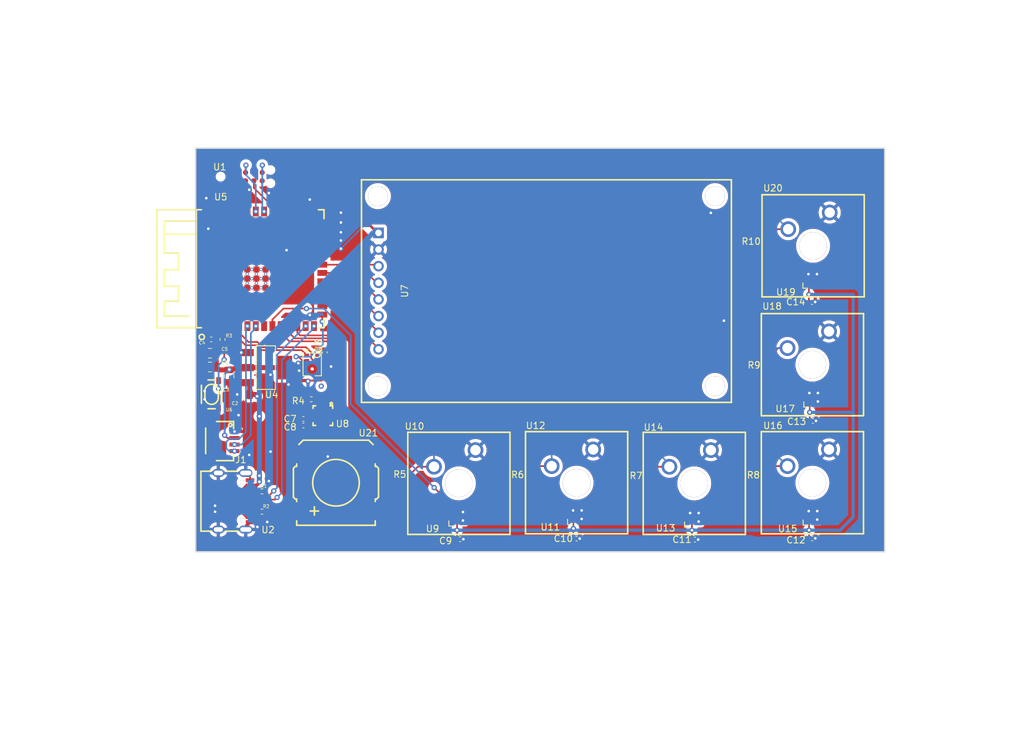
<source format=kicad_pcb>
(kicad_pcb (version 20240108) (generator "pcbnew") (generator_version "8.0")
  (layers (0 "F.Cu" signal) (31 "B.Cu" signal) (34 "B.Paste" user) (35 "F.Paste" user) (36 "B.SilkS" user "B.Silkscreen") (37 "F.SilkS" user "F.Silkscreen") (38 "B.Mask" user) (39 "F.Mask" user) (44 "Edge.Cuts" user))
  (net 0 "")
  (net 1 "gnd")
  (net 2 "sda")
  (net 3 "pdm_clk")
  (net 4 "io2")
  (net 5 "din")
  (net 6 "io47")
  (net 7 "io35")
  (net 8 "tms")
  (net 9 "io48")
  (net 10 "dm")
  (net 11 "io15")
  (net 12 "pdm_sel")
  (net 13 "vcc-1")
  (net 14 "io36")
  (net 15 "scl")
  (net 16 "io21")
  (net 17 "io37")
  (net 18 "io45")
  (net 19 "tdi")
  (net 20 "io16")
  (net 21 "tdo")
  (net 22 "io1")
  (net 23 "io38")
  (net 24 "dp")
  (net 25 "pdm_data")
  (net 26 "io0")
  (net 27 "en")
  (net 28 "tck")
  (net 29 "vcc")
  (net 30 "sub2")
  (net 31 "sub1")
  (net 32 "cc2")
  (net 33 "cc1")
  (net 34 "cs")
  (net 35 "rxd0")
  (net 36 "txd0")
  (net 37 "jtag_connector-reset")
  (net 38 "backlighten")
  (net 39 "dc")
  (net 40 "mosi")
  (net 41 "io14")
  (net 42 "micro.ic-reset")
  (net 43 "sw4-dout")
  (net 44 "sw3-dout")
  (net 45 "sw2-dout")
  (net 46 "sw1-dout")
  (net 47 "dummy")
  (net 48 "sw5-dout")
  (net 49 "n_period_c_period")
  (net 50 "sd_mode_hash")
  (net 51 "bclk")
  (net 52 "gain_slot")
  (net 53 "outp")
  (net 54 "lrclk")
  (net 55 "outn")
  (net 56 "sw6-dout")
  (net 57 "sck")
  (footprint "lib:KEY-TH_CPG1511F01S0X" (layer "F.Cu") (at 79.64 107.785)
    (property "Reference" "U10")
    (property "Value" "?")
  )
  (footprint "lib:C0805" (layer "F.Cu") (at 42.25 93.825 180)
    (property "Reference" "C6")
    (property "Value" "25V 10uF X5R ±10% 0805 Multilayer Ceramic Capacitors MLCC - SMD/SMT ROHS")
  )
  (footprint "lib:C0402" (layer "F.Cu") (at 134.24 120)
    (property "Reference" "C12")
    (property "Value" "16V 100nF X7R ±10% 0402 Multilayer Ceramic Capacitors MLCC - SMD/SMT ROHS")
  )
  (footprint "lib:LED-SMD_4P-L2.0-W2.0-BR" (layer "F.Cu") (at 134.32 80.29 -90)
    (property "Reference" "U19")
    (property "Value" "?")
  )
  (footprint "lib:R0201" (layer "F.Cu") (at 126.01 111.735 90)
    (property "Reference" "R8")
    (property "Value" "50mW Thick Film Resistors 25V ±1% ±200ppm/℃ 10kΩ 0201 Chip Resistor - Surface Mount ROHS")
  )
  (footprint "lib:C0402" (layer "F.Cu") (at 80.4775 120.1275)
    (property "Reference" "C9")
    (property "Value" "16V 100nF X7R ±10% 0402 Multilayer Ceramic Capacitors MLCC - SMD/SMT ROHS")
  )
  (footprint "lib:R0402" (layer "F.Cu") (at 44.17 89.625 90)
    (property "Reference" "R3")
    (property "Value" "62.5mW Thick Film Resistors 50V ±100ppm/℃ ±1% 10kΩ 0402 Chip Resistor - Surface Mount ROHS")
  )
  (footprint "lib:LED-SMD_4P-L2.0-W2.0-BR" (layer "F.Cu") (at 116.2475 116.7825 -90)
    (property "Reference" "U13")
    (property "Value" "?")
  )
  (footprint "lib:C0805" (layer "F.Cu") (at 47.37 98.015 180)
    (property "Reference" "C2")
    (property "Value" "25V 10uF X5R ±10% 0805 Multilayer Ceramic Capacitors MLCC - SMD/SMT ROHS")
  )
  (footprint "lib:C0402" (layer "F.Cu") (at 116.3475 120.1825)
    (property "Reference" "C11")
    (property "Value" "16V 100nF X7R ±10% 0402 Multilayer Ceramic Capacitors MLCC - SMD/SMT ROHS")
  )
  (footprint "lib:MIC-SMD_5P_L3.5-W2.7-P0.82_SPH0641LU4H-1" (layer "F.Cu") (at 57.87 93.315)
    (property "Reference" "U3")
    (property "Value" "?")
  )
  (footprint "lib:R0201" (layer "F.Cu") (at 107.8475 111.8375 90)
    (property "Reference" "R7")
    (property "Value" "50mW Thick Film Resistors 25V ±1% ±200ppm/℃ 10kΩ 0201 Chip Resistor - Surface Mount ROHS")
  )
  (footprint "lib:WIRELM-SMD_ESP32-S3-WROOM-1" (layer "F.Cu") (at 50.52 78.825 90)
    (property "Reference" "U5")
    (property "Value" "?")
  )
  (footprint "lib:USB-C-SMD_KH-TYPE-C-16P" (layer "F.Cu") (at 45.955 114.325 -90)
    (property "Reference" "U2")
    (property "Value" "?")
  )
  (footprint "lib:C0402" (layer "F.Cu") (at 59.79 91.59 90)
    (property "Reference" "C1")
    (property "Value" "50V 10nF X7R ±10% 0402 Multilayer Ceramic Capacitors MLCC - SMD/SMT ROHS")
  )
  (footprint "lib:C0805" (layer "F.Cu") (at 45.17 95.215 -90)
    (property "Reference" "C3")
    (property "Value" "25V 10uF X5R ±10% 0805 Multilayer Ceramic Capacitors MLCC - SMD/SMT ROHS")
  )
  (footprint "lib:LED-SMD_4P-L2.0-W2.0-BR" (layer "F.Cu") (at 98.3775 116.3825 -90)
    (property "Reference" "U11")
    (property "Value" "?")
  )
  (footprint "lib:C0805" (layer "F.Cu") (at 42.25 91.725 180)
    (property "Reference" "C5")
    (property "Value" "25V 10uF X5R ±10% 0805 Multilayer Ceramic Capacitors MLCC - SMD/SMT ROHS")
  )
  (footprint "lib:C0402" (layer "F.Cu") (at 134.22 83.89)
    (property "Reference" "C14")
    (property "Value" "16V 100nF X7R ±10% 0402 Multilayer Ceramic Capacitors MLCC - SMD/SMT ROHS")
  )
  (footprint "lib:KEY-TH_CPG1511F01S0X" (layer "F.Cu") (at 133.75 71.5)
    (property "Reference" "U20")
    (property "Value" "?")
  )
  (footprint "lib:R0402" (layer "F.Cu") (at 50.1975 112.825)
    (property "Reference" "R1")
    (property "Value" "62.5mW Thick Film Resistors 50V ±100ppm/℃ ±1% 4.7kΩ 0402 Chip Resistor - Surface Mount ROHS")
  )
  (footprint "lib:LED-SMD_4P-L2.0-W2.0-BR" (layer "F.Cu") (at 80.2475 116.6275 -90)
    (property "Reference" "U9")
    (property "Value" "?")
  )
  (footprint "lib:R0201" (layer "F.Cu") (at 125.97 76.295 90)
    (property "Reference" "R10")
    (property "Value" "50mW Thick Film Resistors 25V ±1% ±200ppm/℃ 10kΩ 0201 Chip Resistor - Surface Mount ROHS")
  )
  (footprint "lib:R0201" (layer "F.Cu") (at 71.7475 111.6275 90)
    (property "Reference" "R5")
    (property "Value" "50mW Thick Film Resistors 25V ±1% ±200ppm/℃ 10kΩ 0201 Chip Resistor - Surface Mount ROHS")
  )
  (footprint "lib:C0402" (layer "F.Cu") (at 56.52 101.75 180)
    (property "Reference" "C7")
    (property "Value" "6.3V 10uF X5R ±20% 0402 Multilayer Ceramic Capacitors MLCC - SMD/SMT ROHS")
  )
  (footprint "lib:CONN-SMD_4P-P1.00_SM04B-SRSS-TB-LF-SN" (layer "F.Cu") (at 44.06 105.17 -90)
    (property "Reference" "J1")
    (property "Value" "?")
  )
  (footprint "lib:TQFN-16_L3.0-W3.0-P0.50-BL-EP1.5" (layer "F.Cu") (at 59.5 101.25 180)
    (property "Reference" "U8")
    (property "Value" "?")
  )
  (footprint "lib:LED-SMD_4P-L2.0-W2.0-BR" (layer "F.Cu") (at 134.4625 98.4475 -90)
    (property "Reference" "U17")
    (property "Value" "?")
  )
  (footprint "lib:BUZ-SMD_4P-L13.0-W13.0-P11.4-BL" (layer "F.Cu") (at 61.5 111.5)
    (property "Reference" "U21")
    (property "Value" "?")
  )
  (footprint "lib:SOT-223-3_L6.5-W3.4-P2.30-LS7.0-BR" (layer "F.Cu") (at 50.67 93.915 180)
    (property "Reference" "U4")
    (property "Value" "?")
  )
  (footprint "lib:R0201" (layer "F.Cu") (at 125.8625 94.9525 90)
    (property "Reference" "R9")
    (property "Value" "50mW Thick Film Resistors 25V ±1% ±200ppm/℃ 10kΩ 0201 Chip Resistor - Surface Mount ROHS")
  )
  (footprint "lib:C0402" (layer "F.Cu") (at 98.2475 120.0325)
    (property "Reference" "C10")
    (property "Value" "16V 100nF X7R ±10% 0402 Multilayer Ceramic Capacitors MLCC - SMD/SMT ROHS")
  )
  (footprint "lib:C0402" (layer "F.Cu") (at 134.3425 102.0475)
    (property "Reference" "C13")
    (property "Value" "16V 100nF X7R ±10% 0402 Multilayer Ceramic Capacitors MLCC - SMD/SMT ROHS")
  )
  (footprint "lib:C0402" (layer "F.Cu") (at 42.45 89.615 180)
    (property "Reference" "C4")
    (property "Value" "16V 100nF X7R ±10% 0402 Multilayer Ceramic Capacitors MLCC - SMD/SMT ROHS")
  )
  (footprint "lib:R0201" (layer "F.Cu") (at 89.7475 111.7825 90)
    (property "Reference" "R6")
    (property "Value" "50mW Thick Film Resistors 25V ±1% ±200ppm/℃ 10kΩ 0201 Chip Resistor - Surface Mount ROHS")
  )
  (footprint "lib:R0402" (layer "F.Cu") (at 50.1975 115.925)
    (property "Reference" "R2")
    (property "Value" "62.5mW Thick Film Resistors 50V ±100ppm/℃ ±1% 4.7kΩ 0402 Chip Resistor - Surface Mount ROHS")
  )
  (footprint "lib:KEY-SMD_4P-L4.2-W3.2-P2.20-LS4.6" (layer "F.Cu") (at 42.5 98 -90)
    (property "Reference" "U6")
    (property "Value" "?")
  )
  (footprint "lib:C0402" (layer "F.Cu") (at 56.52 102.75 180)
    (property "Reference" "C8")
    (property "Value" "16V 100nF X7R ±10% 0402 Multilayer Ceramic Capacitors MLCC - SMD/SMT ROHS")
  )
  (footprint "lib:R0402" (layer "F.Cu") (at 57.74 98.75)
    (property "Reference" "R4")
    (property "Value" "62.5mW Thick Film Resistors 50V ±100ppm/℃ ±1% 10kΩ 0402 Chip Resistor - Surface Mount ROHS")
  )
  (footprint "lib:LCD-TH_L56.5-W34.0_1-8INCH-LCD-MODULE" (layer "F.Cu") (at 68 82.23 -90)
    (property "Reference" "U7")
    (property "Value" "?")
  )
  (footprint "lib:KEY-TH_CPG1511F01S0X" (layer "F.Cu") (at 97.62 107.69)
    (property "Reference" "U12")
    (property "Value" "?")
  )
  (footprint "lib:LED-SMD_4P-L2.0-W2.0-BR" (layer "F.Cu") (at 134.36 116.48 -90)
    (property "Reference" "U15")
    (property "Value" "?")
  )
  (footprint "lib:TAG-CONNECT_TC2050-IDC" (layer "F.Cu") (at 47.69 64.75)
    (property "Reference" "U1")
    (property "Value" "?")
  )
  (footprint "lib:KEY-TH_CPG1511F01S0X" (layer "F.Cu") (at 133.6425 89.6575)
    (property "Reference" "U18")
    (property "Value" "?")
  )
  (footprint "lib:KEY-TH_CPG1511F01S0X" (layer "F.Cu") (at 133.64 107.69)
    (property "Reference" "U16")
    (property "Value" "?")
  )
  (footprint "lib:KEY-TH_CPG1511F01S0X" (layer "F.Cu") (at 115.5975 107.7925)
    (property "Reference" "U14")
    (property "Value" "?")
  )
  (gr_rect (start 40.08 60.4) (end 145.3 122.05) (stroke (width 0.2)) (fill none) (layer "Edge.Cuts"))
  (via (at 59.25 96.75) (size 0.8) (drill 0.4) (layers "F.Cu" "B.Cu") (net 0))
  (segment (start 126 119.25) (end 125.95 119.2) (width 0) (layer "B.Cu") (net 0))
  (segment (start 125.95 119.2) (end 125.5 119.2) (width 0) (layer "B.Cu") (net 0))
  (segment (start 131.5 119.2) (end 133 119.2) (width 0) (layer "B.Cu") (net 0))
  (segment (start 125.5 119.2) (end 131.5 119.2) (width 0) (layer "B.Cu") (net 0))
  (segment (start 41.3 92.78) (end 41.3 95.23) (width 0.508) (layer "F.Cu") (net 1))
  (segment (start 41.43 95.9) (end 41.43 100.1) (width 0.508) (layer "F.Cu") (net 1))
  (segment (start 45.375 98.015) (end 46.42 98.015) (width 0.3048) (layer "F.Cu") (net 1))
  (segment (start 59.75 102.75) (end 59.75 101.5) (width 0.25) (layer "F.Cu") (net 1))
  (segment (start 41.69 68.03) (end 41.63 68.09) (width 0.254) (layer "F.Cu") (net 1))
  (segment (start 41.3 92.78) (end 41.3 93.825) (width 0.508) (layer "F.Cu") (net 1))
  (segment (start 59.25 101) (end 59.5 101.25) (width 0.25) (layer "F.Cu") (net 1))
  (segment (start 47.725 118.025) (end 48.375 117.375) (width 0.25) (layer "F.Cu") (net 1))
  (segment (start 47.725 118.325) (end 48.375 117.675) (width 0.25) (layer "F.Cu") (net 1))
  (segment (start 41.3 95.77) (end 41.43 95.9) (width 0.508) (layer "F.Cu") (net 1))
  (segment (start 45.17 97.81) (end 45.375 98.015) (width 0.3048) (layer "F.Cu") (net 1))
  (segment (start 59.25 99.75) (end 59.25 101) (width 0.25) (layer "F.Cu") (net 1))
  (segment (start 50.7075 112.825) (end 50.7075 111.7925) (width 0.25) (layer "F.Cu") (net 1))
  (segment (start 50.7075 111.7925) (end 51.25 111.25) (width 0.25) (layer "F.Cu") (net 1))
  (segment (start 55.88 94.38) (end 56.19 94.69) (width 0.3048) (layer "F.Cu") (net 1))
  (segment (start 57.305001 94.69) (end 57.408684 94.586317) (width 0.3048) (layer "F.Cu") (net 1))
  (segment (start 41.3 91.725) (end 41.3 92.78) (width 0.508) (layer "F.Cu") (net 1))
  (segment (start 61 101) (end 59.75 101) (width 0.25) (layer "F.Cu") (net 1))
  (segment (start 50.23 65.385) (end 50.23 66.23) (width 0.25) (layer "F.Cu") (net 1))
  (segment (start 47.725 118.645) (end 47.725 118.325) (width 0.25) (layer "F.Cu") (net 1))
  (segment (start 47.725 118.645) (end 47.725 118.025) (width 0.25) (layer "F.Cu") (net 1))
  (segment (start 48.375 110.655) (end 47.725 110.005) (width 0.25) (layer "F.Cu") (net 1))
  (segment (start 48.925 117.675) (end 49.5 118.25) (width 0.25) (layer "F.Cu") (net 1))
  (segment (start 41.63 68.09) (end 41.63 70.075) (width 0.254) (layer "F.Cu") (net 1))
  (segment (start 47.69 65.385) (end 47.69 66.19) (width 0.25) (layer "F.Cu") (net 1))
  (segment (start 50.7075 117.2075) (end 51 117.5) (width 0.25) (layer "F.Cu") (net 1))
  (segment (start 41.3 95.23) (end 41.3 95.77) (width 0.508) (layer "F.Cu") (net 1))
  (segment (start 59.75 101) (end 59.5 101.25) (width 0.25) (layer "F.Cu") (net 1))
  (segment (start 50.7075 115.925) (end 50.7075 117.2075) (width 0.25) (layer "F.Cu") (net 1))
  (segment (start 56.19 94.69) (end 57.305001 94.69) (width 0.3048) (layer "F.Cu") (net 1))
  (segment (start 41.3 93.825) (end 41.3 95.77) (width 0.254) (layer "F.Cu") (net 1))
  (segment (start 45.17 96.165) (end 45.17 97.81) (width 0.3048) (layer "F.Cu") (net 1))
  (segment (start 47.69 66.19) (end 48.25 66.75) (width 0.25) (layer "F.Cu") (net 1))
  (segment (start 48.375 117.675) (end 48.925 117.675) (width 0.25) (layer "F.Cu") (net 1))
  (segment (start 48.375 111.275) (end 48.375 110.655) (width 0.25) (layer "F.Cu") (net 1))
  (segment (start 50.23 66.23) (end 51.25 67.25) (width 0.25) (layer "F.Cu") (net 1))
  (segment (start 59.75 101.5) (end 59.5 101.25) (width 0.25) (layer "F.Cu") (net 1))
  (via (at 116.8275 120.1825) (size 0.8) (drill 0.4) (layers "F.Cu" "B.Cu") (net 1))
  (via (at 54.25 96.5) (size 0.8) (drill 0.4) (layers "F.Cu" "B.Cu") (net 1))
  (via (at 48.25 66.75) (size 0.8) (drill 0.4) (layers "F.Cu" "B.Cu") (net 1))
  (via (at 51.25 67.25) (size 0.8) (drill 0.4) (layers "F.Cu" "B.Cu") (net 1))
  (via (at 55.75 93.25) (size 0.8) (drill 0.4) (layers "F.Cu" "B.Cu") (net 1))
  (via (at 41.69 68.03) (size 0.8) (drill 0.4) (layers "F.Cu" "B.Cu") (net 1))
  (via (at 53.95 75.98) (size 0.8) (drill 0.4) (layers "F.Cu" "B.Cu") (net 1))
  (via (at 55.88 94.38) (size 0.8) (drill 0.4) (layers "F.Cu" "B.Cu") (net 1))
  (via (at 51 117.5) (size 0.8) (drill 0.4) (layers "F.Cu" "B.Cu") (net 1))
  (via (at 46 103.67) (size 0.8) (drill 0.4) (layers "F.Cu" "B.Cu") (net 1))
  (via (at 57.5 85.89) (size 0.8) (drill 0.4) (layers "F.Cu" "B.Cu") (net 1))
  (via (at 51.5 95) (size 0.8) (drill 0.4) (layers "F.Cu" "B.Cu") (net 1))
  (via (at 49.5 118.25) (size 0.8) (drill 0.4) (layers "F.Cu" "B.Cu") (net 1))
  (via (at 134.97 79.64) (size 0.8) (drill 0.4) (layers "F.Cu" "B.Cu") (net 1))
  (via (at 51.5 106.75) (size 0.8) (drill 0.4) (layers "F.Cu" "B.Cu") (net 1))
  (via (at 46.42 98.015) (size 0.8) (drill 0.4) (layers "F.Cu" "B.Cu") (net 1))
  (via (at 80.9575 120.1275) (size 0.8) (drill 0.4) (layers "F.Cu" "B.Cu") (net 1))
  (via (at 99.0275 115.7325) (size 0.8) (drill 0.4) (layers "F.Cu" "B.Cu") (net 1))
  (via (at 134.7 83.89) (size 0.8) (drill 0.4) (layers "F.Cu" "B.Cu") (net 1))
  (via (at 60.75 93.75) (size 0.8) (drill 0.4) (layers "F.Cu" "B.Cu") (net 1))
  (via (at 47.025 91.615) (size 0.8) (drill 0.4) (layers "F.Cu" "B.Cu") (net 1))
  (via (at 41.43 97.5) (size 0.8) (drill 0.4) (layers "F.Cu" "B.Cu") (net 1))
  (via (at 116.8975 116.1325) (size 0.8) (drill 0.4) (layers "F.Cu" "B.Cu") (net 1))
  (via (at 134.72 120) (size 0.8) (drill 0.4) (layers "F.Cu" "B.Cu") (net 1))
  (via (at 42 72.7) (size 0.8) (drill 0.4) (layers "F.Cu" "B.Cu") (net 1))
  (via (at 135.01 115.83) (size 0.8) (drill 0.4) (layers "F.Cu" "B.Cu") (net 1))
  (via (at 120.75 86.75) (size 0.8) (drill 0.4) (layers "F.Cu" "B.Cu") (net 1))
  (via (at 134.8225 102.0475) (size 0.8) (drill 0.4) (layers "F.Cu" "B.Cu") (net 1))
  (via (at 98.7275 120.0325) (size 0.8) (drill 0.4) (layers "F.Cu" "B.Cu") (net 1))
  (via (at 135.1125 97.7975) (size 0.8) (drill 0.4) (layers "F.Cu" "B.Cu") (net 1))
  (via (at 60.25 107.5) (size 0.8) (drill 0.4) (layers "F.Cu" "B.Cu") (net 1))
  (via (at 80.8975 115.9775) (size 0.8) (drill 0.4) (layers "F.Cu" "B.Cu") (net 1))
  (via (at 118.76 70.28) (size 0.8) (drill 0.4) (layers "F.Cu" "B.Cu") (net 1))
  (via (at 48.25 107.25) (size 0.8) (drill 0.4) (layers "F.Cu" "B.Cu") (net 1))
  (via (at 51.25 111.25) (size 0.8) (drill 0.4) (layers "F.Cu" "B.Cu") (net 1))
  (via (at 43.03 115.01) (size 0.8) (drill 0.4) (layers "F.Cu" "B.Cu") (net 1))
  (via (at 46.62 101.18) (size 0.8) (drill 0.4) (layers "F.Cu" "B.Cu") (net 1))
  (via (at 43.04 115.93) (size 0.8) (drill 0.4) (layers "F.Cu" "B.Cu") (net 1))
  (via (at 41.43 98.75) (size 0.8) (drill 0.4) (layers "F.Cu" "B.Cu") (net 1))
  (segment (start 49.35 87.675) (end 49.25 87.575) (width 0.25) (layer "F.Cu") (net 2))
  (via (at 46 105.67) (size 0.8) (drill 0.4) (layers "F.Cu" "B.Cu") (net 2))
  (via (at 49.25 87.575) (size 0.8) (drill 0.4) (layers "F.Cu" "B.Cu") (net 2))
  (segment (start 48.5 88.637653) (end 48.5 104.25) (width 0.25) (layer "B.Cu") (net 2))
  (segment (start 48.5 104.25) (end 47.08 105.67) (width 0.25) (layer "B.Cu") (net 2))
  (segment (start 47.08 105.67) (end 46 105.67) (width 0.25) (layer "B.Cu") (net 2))
  (segment (start 49.25 87.887653) (end 48.5 88.637653) (width 0.25) (layer "B.Cu") (net 2))
  (segment (start 49.25 87.575) (end 49.25 87.887653) (width 0.25) (layer "B.Cu") (net 2))
  (segment (start 57.72 92.5) (end 58.095 92.875) (width 0.25) (layer "F.Cu") (net 3))
  (segment (start 46.71 87.575) (end 46.71 88.575) (width 0.25) (layer "F.Cu") (net 3))
  (segment (start 58.095 92.875) (end 58.71 92.875) (width 0.25) (layer "F.Cu") (net 3))
  (segment (start 49.5 90) (end 50.3 90.8) (width 0.25) (layer "F.Cu") (net 3))
  (segment (start 56.925 90.8) (end 57.72 91.595) (width 0.25) (layer "F.Cu") (net 3))
  (segment (start 50.3 90.8) (end 56.925 90.8) (width 0.25) (layer "F.Cu") (net 3))
  (segment (start 57.72 91.595) (end 57.72 92.5) (width 0.25) (layer "F.Cu") (net 3))
  (segment (start 46.71 88.575) (end 48.135 90) (width 0.25) (layer "F.Cu") (net 3))
  (segment (start 46.71 86.99) (end 46.71 87.575) (width 0.25) (layer "F.Cu") (net 3))
  (segment (start 48.135 90) (end 49.5 90) (width 0.25) (layer "F.Cu") (net 3))
  (segment (start 54.385 89.9) (end 53.06 88.575) (width 0.25) (layer "F.Cu") (net 5))
  (segment (start 60.25 99.25) (end 61.75 97.75) (width 0.25) (layer "F.Cu") (net 5))
  (segment (start 61.75 90.522792) (end 61.127208 89.9) (width 0.25) (layer "F.Cu") (net 5))
  (segment (start 60.25 99.75) (end 60.25 99.25) (width 0.25) (layer "F.Cu") (net 5))
  (segment (start 53.06 88.575) (end 53.06 87.575) (width 0.25) (layer "F.Cu") (net 5))
  (segment (start 61.127208 89.9) (end 54.385 89.9) (width 0.25) (layer "F.Cu") (net 5))
  (segment (start 61.75 97.75) (end 61.75 90.522792) (width 0.25) (layer "F.Cu") (net 5))
  (segment (start 59.41 74.375) (end 61.125 74.375) (width 0.25) (layer "F.Cu") (net 6))
  (segment (start 61.125 74.375) (end 62.25 73.25) (width 0.25) (layer "F.Cu") (net 6))
  (segment (start 112.4275 109.0625) (end 110.3025 109.0625) (width 0.25) (layer "F.Cu") (net 6))
  (segment (start 110.3025 109.0625) (end 107.8475 111.5175) (width 0.25) (layer "F.Cu") (net 6))
  (via (at 62.25 73.25) (size 0.8) (drill 0.4) (layers "F.Cu" "B.Cu") (net 6))
  (segment (start 64.9 70.6) (end 74.35 70.6) (width 0.25) (layer "B.Cu") (net 6))
  (segment (start 62.25 73.25) (end 64.9 70.6) (width 0.25) (layer "B.Cu") (net 6))
  (segment (start 74.35 70.6) (end 112.4275 108.6775) (width 0.25) (layer "B.Cu") (net 6))
  (segment (start 112.4275 108.6775) (end 112.4275 109.0625) (width 0.25) (layer "B.Cu") (net 6))
  (segment (start 125.97 75.78) (end 128.98 72.77) (width 0.25) (layer "F.Cu") (net 7))
  (segment (start 128.98 72.77) (end 130.58 72.77) (width 0.25) (layer "F.Cu") (net 7))
  (segment (start 56.87 68.88) (end 56.87 70.075) (width 0.25) (layer "F.Cu") (net 7))
  (segment (start 57.5 68.25) (end 56.87 68.88) (width 0.25) (layer "F.Cu") (net 7))
  (segment (start 125.97 75.975) (end 125.97 75.78) (width 0.25) (layer "F.Cu") (net 7))
  (via (at 57.5 68.25) (size 0.8) (drill 0.4) (layers "F.Cu" "B.Cu") (net 7))
  (segment (start 62 63.75) (end 121.56 63.75) (width 0.25) (layer "B.Cu") (net 7))
  (segment (start 121.56 63.75) (end 130.58 72.77) (width 0.25) (layer "B.Cu") (net 7))
  (segment (start 57.5 68.25) (end 62 63.75) (width 0.25) (layer "B.Cu") (net 7))
  (segment (start 47 65.965) (end 47 67) (width 0.25) (layer "F.Cu") (net 8))
  (segment (start 46.42 65.385) (end 47 65.965) (width 0.25) (layer "F.Cu") (net 8))
  (segment (start 47 67) (end 47.98 67.98) (width 0.25) (layer "F.Cu") (net 8))
  (segment (start 47.98 67.98) (end 47.98 70.075) (width 0.25) (layer "F.Cu") (net 8))
  (segment (start 60.895 73.105) (end 62.25 71.75) (width 0.25) (layer "F.Cu") (net 9))
  (segment (start 128.465 108.96) (end 126.01 111.415) (width 0.25) (layer "F.Cu") (net 9))
  (segment (start 59.41 73.105) (end 60.895 73.105) (width 0.25) (layer "F.Cu") (net 9))
  (segment (start 130.47 108.96) (end 128.465 108.96) (width 0.25) (layer "F.Cu") (net 9))
  (via (at 62.25 71.75) (size 0.8) (drill 0.4) (layers "F.Cu" "B.Cu") (net 9))
  (segment (start 64 70) (end 79 70) (width 0.25) (layer "B.Cu") (net 9))
  (segment (start 122.75 101.25) (end 130.46 108.96) (width 0.25) (layer "B.Cu") (net 9))
  (segment (start 79 70) (end 110.25 101.25) (width 0.25) (layer "B.Cu") (net 9))
  (segment (start 130.46 108.96) (end 130.47 108.96) (width 0.25) (layer "B.Cu") (net 9))
  (segment (start 110.25 101.25) (end 122.75 101.25) (width 0.25) (layer "B.Cu") (net 9))
  (segment (start 62.25 71.75) (end 64 70) (width 0.25) (layer "B.Cu") (net 9))
  (segment (start 51.175 113.575) (end 48.375 113.575) (width 0.25) (layer "F.Cu") (net 10))
  (segment (start 52 112.75) (end 51.175 113.575) (width 0.25) (layer "F.Cu") (net 10))
  (segment (start 47.5226 113.575) (end 48.375 113.575) (width 0.1524) (layer "F.Cu") (net 10))
  (segment (start 47.29 113.8076) (end 47.5226 113.575) (width 0.1524) (layer "F.Cu") (net 10))
  (segment (start 48.375 114.575) (end 47.5226 114.575) (width 0.1524) (layer "F.Cu") (net 10))
  (segment (start 47.29 114.3424) (end 47.29 113.8076) (width 0.1524) (layer "F.Cu") (net 10))
  (segment (start 47.5226 114.575) (end 47.29 114.3424) (width 0.1524) (layer "F.Cu") (net 10))
  (segment (start 56.87 88.155) (end 56.87 87.575) (width 0.25) (layer "F.Cu") (net 10))
  (via (at 56.87 87.575) (size 0.8) (drill 0.4) (layers "F.Cu" "B.Cu") (net 10))
  (via (at 52 112.75) (size 0.8) (drill 0.4) (layers "F.Cu" "B.Cu") (net 10))
  (segment (start 52.5 112.25) (end 52 112.75) (width 0.25) (layer "B.Cu") (net 10))
  (segment (start 52.5 91.945) (end 52.5 112.25) (width 0.25) (layer "B.Cu") (net 10))
  (segment (start 56.87 87.575) (end 52.5 91.945) (width 0.25) (layer "B.Cu") (net 10))
  (segment (start 59.4075 86.8775) (end 59.41 86.875) (width 0.25) (layer "F.Cu") (net 12))
  (segment (start 55.410002 92.25) (end 55.775305 92.25) (width 0.25) (layer "F.Cu") (net 12))
  (segment (start 59.41 86.875) (end 59.41 85.815) (width 0.25) (layer "F.Cu") (net 12))
  (segment (start 56.400305 92.875) (end 57.03 92.875) (width 0.25) (layer "F.Cu") (net 12))
  (segment (start 55.775305 92.25) (end 56.400305 92.875) (width 0.25) (layer "F.Cu") (net 12))
  (via (at 59.4075 86.8775) (size 0.8) (drill 0.4) (layers "F.Cu" "B.Cu") (net 12))
  (via (at 55.410002 92.25) (size 0.8) (drill 0.4) (layers "F.Cu" "B.Cu") (net 12))
  (segment (start 57.585305 92.25) (end 59.5 90.335305) (width 0.25) (layer "B.Cu") (net 12))
  (segment (start 59.5 90.335305) (end 59.5 86.97) (width 0.25) (layer "B.Cu") (net 12))
  (segment (start 59.5 86.97) (end 59.4075 86.8775) (width 0.25) (layer "B.Cu") (net 12))
  (segment (start 55.410002 92.25) (end 57.585305 92.25) (width 0.25) (layer "B.Cu") (net 12))
  (segment (start 46 104.67) (end 44.92 104.67) (width 0.25) (layer "F.Cu") (net 13))
  (segment (start 57.23 96) (end 57.23 95.91) (width 0.4) (layer "F.Cu") (net 13))
  (segment (start 58 101.5) (end 58 102) (width 0.25) (layer "F.Cu") (net 13))
  (segment (start 79.9975 120.1275) (end 79.9975 118.75) (width 0.25) (layer "F.Cu") (net 13))
  (segment (start 57 101.75) (end 57 99.25) (width 0.4) (layer "F.Cu") (net 13))
  (segment (start 47.7 93.915) (end 50.82 93.915) (width 0.762) (layer "F.Cu") (net 13))
  (segment (start 125.8625 95.2725) (end 129.9875 95.2725) (width 0.25) (layer "F.Cu") (net 13))
  (segment (start 42.93 87.975) (end 42.93 89.615) (width 0.762) (layer "F.Cu") (net 13))
  (segment (start 133.8625 100.75) (end 133.8625 99.1475) (width 0.25) (layer "F.Cu") (net 13))
  (segment (start 43.45 90.135) (end 44.17 90.135) (width 0.762) (layer "F.Cu") (net 13))
  (segment (start 97.7675 118.5) (end 97.7675 117.0725) (width 0.25) (layer "F.Cu") (net 13))
  (segment (start 47.5 94.115) (end 45.32 94.115) (width 0.762) (layer "F.Cu") (net 13))
  (segment (start 58.775 92.12) (end 58.71 92.055) (width 0.3048) (layer "F.Cu") (net 13))
  (segment (start 133.74 81.01) (end 133.67 80.94) (width 0.25) (layer "F.Cu") (net 13))
  (segment (start 57.23 98.75) (end 57.23 96) (width 0.4) (layer "F.Cu") (net 13))
  (segment (start 42.9 87.945) (end 42.93 87.975) (width 0.762) (layer "F.Cu") (net 13))
  (segment (start 74.2675 111.9475) (end 79.5975 117.2775) (width 0.25) (layer "F.Cu") (net 13))
  (segment (start 59.75 95.44) (end 59.75 92.11) (width 0.3) (layer "F.Cu") (net 13))
  (segment (start 133.74 83.89) (end 133.74 82.75) (width 0.25) (layer "F.Cu") (net 13))
  (segment (start 59.75 92.11) (end 59.79 92.07) (width 0.25) (layer "F.Cu") (net 13))
  (segment (start 133.8625 102.0475) (end 133.8625 100.75) (width 0.25) (layer "F.Cu") (net 13))
  (segment (start 57 102.75) (end 57 101.75) (width 0.25) (layer "F.Cu") (net 13))
  (segment (start 126.01 112.055) (end 128.635 112.055) (width 0.25) (layer "F.Cu") (net 13))
  (segment (start 59.775 92.055) (end 59.79 92.07) (width 0.3048) (layer "F.Cu") (net 13))
  (segment (start 92.7975 112.1025) (end 97.7275 117.0325) (width 0.25) (layer "F.Cu") (net 13))
  (segment (start 50.82 93.915) (end 53.64 93.915) (width 0.762) (layer "F.Cu") (net 13))
  (segment (start 57.25 95.89) (end 59.3 95.89) (width 0.3) (layer "F.Cu") (net 13))
  (segment (start 79.9975 117.6775) (end 79.5975 117.2775) (width 0.25) (layer "F.Cu") (net 13))
  (segment (start 47.7 93.915) (end 47.5 94.115) (width 0.762) (layer "F.Cu") (net 13))
  (segment (start 133.76 117.18) (end 133.71 117.13) (width 0.25) (layer "F.Cu") (net 13))
  (segment (start 115.8675 117.7025) (end 115.5975 117.4325) (width 0.25) (layer "F.Cu") (net 13))
  (segment (start 53.64 94.39) (end 55.14 95.89) (width 0.5) (layer "F.Cu") (net 13))
  (segment (start 42.9 87.575) (end 42.9 87.945) (width 0.762) (layer "F.Cu") (net 13))
  (segment (start 107.8475 112.1575) (end 110.3225 112.1575) (width 0.25) (layer "F.Cu") (net 13))
  (segment (start 57 99.25) (end 57 98.98) (width 0.4) (layer "F.Cu") (net 13))
  (segment (start 45.17 94.265) (end 43.64 94.265) (width 0.762) (layer "F.Cu") (net 13))
  (segment (start 89.7475 112.1025) (end 92.7975 112.1025) (width 0.25) (layer "F.Cu") (net 13))
  (segment (start 44.92 104.67) (end 44.5 104.25) (width 0.25) (layer "F.Cu") (net 13))
  (segment (start 57.25 102) (end 57 101.75) (width 0.25) (layer "F.Cu") (net 13))
  (segment (start 115.8675 120.1825) (end 115.8675 118.75) (width 0.25) (layer "F.Cu") (net 13))
  (segment (start 53.64 93.51) (end 53.77 93.38) (width 0.25) (layer "F.Cu") (net 13))
  (segment (start 97.7675 117.0725) (end 97.7275 117.0325) (width 0.25) (layer "F.Cu") (net 13))
  (segment (start 133.76 118.75) (end 133.76 117.18) (width 0.25) (layer "F.Cu") (net 13))
  (segment (start 55.14 95.89) (end 57.25 95.89) (width 0.5) (layer "F.Cu") (net 13))
  (segment (start 133.74 82.75) (end 133.74 81.01) (width 0.25) (layer "F.Cu") (net 13))
  (segment (start 58 102) (end 57.25 102) (width 0.25) (layer "F.Cu") (net 13))
  (segment (start 57.23 95.91) (end 57.25 95.89) (width 0.25) (layer "F.Cu") (net 13))
  (segment (start 128.635 112.055) (end 133.71 117.13) (width 0.25) (layer "F.Cu") (net 13))
  (segment (start 115.8675 118.75) (end 115.8675 117.7025) (width 0.25) (layer "F.Cu") (net 13))
  (segment (start 133.8625 99.1475) (end 133.8125 99.0975) (width 0.25) (layer "F.Cu") (net 13))
  (segment (start 133.76 120) (end 133.76 118.75) (width 0.25) (layer "F.Cu") (net 13))
  (segment (start 129.9875 95.2725) (end 133.8125 99.0975) (width 0.25) (layer "F.Cu") (net 13))
  (segment (start 43.2 91.725) (end 43.2 89.885) (width 0.762) (layer "F.Cu") (net 13))
  (segment (start 125.97 76.615) (end 129.345 76.615) (width 0.25) (layer "F.Cu") (net 13))
  (segment (start 129.345 76.615) (end 133.67 80.94) (width 0.25) (layer "F.Cu") (net 13))
  (segment (start 42.93 89.615) (end 43.45 90.135) (width 0.762) (layer "F.Cu") (net 13))
  (segment (start 42.9 87.945) (end 42.97 88.015) (width 0.762) (layer "F.Cu") (net 13))
  (segment (start 79.9975 118.75) (end 79.9975 117.6775) (width 0.25) (layer "F.Cu") (net 13))
  (segment (start 110.3225 112.1575) (end 115.5975 117.4325) (width 0.25) (layer "F.Cu") (net 13))
  (segment (start 53.64 93.915) (end 53.64 94.39) (width 0.25) (layer "F.Cu") (net 13))
  (segment (start 45.2175 94.2175) (end 45.17 94.265) (width 0.762) (layer "F.Cu") (net 13))
  (segment (start 59.3 95.89) (end 59.75 95.44) (width 0.3) (layer "F.Cu") (net 13))
  (segment (start 57 98.98) (end 57.23 98.75) (width 0.4) (layer "F.Cu") (net 13))
  (segment (start 43.2 93.825) (end 43.2 91.725) (width 0.762) (layer "F.Cu") (net 13))
  (segment (start 45.32 94.115) (end 45.2175 94.2175) (width 0.762) (layer "F.Cu") (net 13))
  (segment (start 71.7475 111.9475) (end 74.2675 111.9475) (width 0.25) (layer "F.Cu") (net 13))
  (segment (start 43.2 89.885) (end 42.93 89.615) (width 0.762) (layer "F.Cu") (net 13))
  (segment (start 97.7675 120.0325) (end 97.7675 118.5) (width 0.25) (layer "F.Cu") (net 13))
  (segment (start 58.71 92.055) (end 59.775 92.055) (width 0.3048) (layer "F.Cu") (net 13))
  (segment (start 43.64 94.265) (end 43.2 93.825) (width 0.762) (layer "F.Cu") (net 13))
  (via (at 133.8625 100.75) (size 0.8) (drill 0.4) (layers "F.Cu" "B.Cu") (net 13))
  (via (at 97.7675 118.5) (size 0.8) (drill 0.4) (layers "F.Cu" "B.Cu") (net 13))
  (via (at 45.2175 94.2175) (size 0.8) (drill 0.4) (layers "F.Cu" "B.Cu") (net 13))
  (via (at 79.9975 118.75) (size 0.8) (drill 0.4) (layers "F.Cu" "B.Cu") (net 13))
  (via (at 115.8675 118.75) (size 0.8) (drill 0.4) (layers "F.Cu" "B.Cu") (net 13))
  (via (at 133.76 118.75) (size 0.8) (drill 0.4) (layers "F.Cu" "B.Cu") (net 13))
  (via (at 133.74 82.75) (size 0.8) (drill 0.4) (layers "F.Cu" "B.Cu") (net 13))
  (via (at 44.5 104.25) (size 0.8) (drill 0.4) (layers "F.Cu" "B.Cu") (net 13))
  (via (at 57.23 96) (size 0.8) (drill 0.4) (layers "F.Cu" "B.Cu") (net 13))
  (segment (start 79.9975 118.75) (end 81.25 118.75) (width 0.5) (layer "B.Cu") (net 13))
  (segment (start 95.5 118.75) (end 97.5175 118.75) (width 0.5) (layer "B.Cu") (net 13))
  (segment (start 97.5175 118.75) (end 97.7675 118.5) (width 0.5) (layer "B.Cu") (net 13))
  (segment (start 140.5 100.75) (end 133.8625 100.75) (width 0.5) (layer "B.Cu") (net 13))
  (segment (start 67 118.75) (end 57.23 108.98) (width 0.5) (layer "B.Cu") (net 13))
  (segment (start 140.5 82.75) (end 133.74 82.75) (width 0.5) (layer "B.Cu") (net 13))
  (segment (start 44.5 94.935) (end 45.2175 94.2175) (width 0.3) (layer "B.Cu") (net 13))
  (segment (start 44.5 104.25) (end 44.5 94.935) (width 0.3) (layer "B.Cu") (net 13))
  (segment (start 90.75 118.75) (end 95.5 118.75) (width 0.5) (layer "B.Cu") (net 13))
  (segment (start 95.5 118.75) (end 96.75 118.75) (width 0.5) (layer "B.Cu") (net 13))
  (segment (start 81.25 118.75) (end 90.75 118.75) (width 0.5) (layer "B.Cu") (net 13))
  (segment (start 132.75 118.75) (end 138.5 118.75) (width 0.5) (layer "B.Cu") (net 13))
  (segment (start 115.25 118.75) (end 115.8675 118.75) (width 0.25) (layer "B.Cu") (net 13))
  (segment (start 90.75 118.75) (end 133.76 118.75) (width 0.5) (layer "B.Cu") (net 13))
  (segment (start 115.25 118.75) (end 132.5 118.75) (width 0.25) (layer "B.Cu") (net 13))
  (segment (start 132.5 118.75) (end 132.75 118.75) (width 0.25) (layer "B.Cu") (net 13))
  (segment (start 57.23 108.98) (end 57.23 96) (width 0.5) (layer "B.Cu") (net 13))
  (segment (start 138.5 118.75) (end 140.5 116.75) (width 0.5) (layer "B.Cu") (net 13))
  (segment (start 140.5 100.75) (end 140.5 82.75) (width 0.5) (layer "B.Cu") (net 13))
  (segment (start 81.25 118.75) (end 67 118.75) (width 0.5) (layer "B.Cu") (net 13))
  (segment (start 96.75 118.75) (end 97.5175 118.75) (width 0.25) (layer "B.Cu") (net 13))
  (segment (start 96.75 118.75) (end 115.25 118.75) (width 0.25) (layer "B.Cu") (net 13))
  (segment (start 140.5 116.75) (end 140.5 100.75) (width 0.5) (layer "B.Cu") (net 13))
  (segment (start 132.75 118.75) (end 133.76 118.75) (width 0.25) (layer "B.Cu") (net 13))
  (via (at 46 106.67) (size 0.8) (drill 0.4) (layers "F.Cu" "B.Cu") (net 15))
  (via (at 47.98 87.575) (size 0.8) (drill 0.4) (layers "F.Cu" "B.Cu") (net 15))
  (segment (start 47.75 103.75) (end 46.75 104.75) (width 0.25) (layer "B.Cu") (net 15))
  (segment (start 46.75 104.75) (end 45.25 104.75) (width 0.25) (layer "B.Cu") (net 15))
  (segment (start 44.75 105.25) (end 44.75 106.25) (width 0.25) (layer "B.Cu") (net 15))
  (segment (start 45.25 104.75) (end 44.75 105.25) (width 0.25) (layer "B.Cu") (net 15))
  (segment (start 44.75 106.25) (end 45.17 106.67) (width 0.25) (layer "B.Cu") (net 15))
  (segment (start 47.98 87.575) (end 47.75 87.805) (width 0.25) (layer "B.Cu") (net 15))
  (segment (start 45.17 106.67) (end 46 106.67) (width 0.25) (layer "B.Cu") (net 15))
  (segment (start 47.75 87.805) (end 47.75 103.75) (width 0.25) (layer "B.Cu") (net 15))
  (segment (start 59.41 75.655) (end 61.095 75.655) (width 0.25) (layer "F.Cu") (net 16))
  (segment (start 94.45 108.96) (end 92.25 108.96) (width 0.25) (layer "F.Cu") (net 16))
  (segment (start 61.095 75.655) (end 62.25 74.5) (width 0.25) (layer "F.Cu") (net 16))
  (segment (start 92.25 108.96) (end 89.7475 111.4625) (width 0.25) (layer "F.Cu") (net 16))
  (via (at 62.25 74.5) (size 0.8) (drill 0.4) (layers "F.Cu" "B.Cu") (net 16))
  (segment (start 62.25 74.5) (end 65.7 71.05) (width 0.25) (layer "B.Cu") (net 16))
  (segment (start 71.55 71.05) (end 94.45 93.95) (width 0.25) (layer "B.Cu") (net 16))
  (segment (start 94.45 93.95) (end 94.45 108.96) (width 0.25) (layer "B.Cu") (net 16))
  (segment (start 65.7 71.05) (end 71.55 71.05) (width 0.25) (layer "B.Cu") (net 16))
  (segment (start 130.4725 90.9275) (end 129.0725 90.9275) (width 0.25) (layer "F.Cu") (net 18))
  (segment (start 125.8625 94.1375) (end 125.8625 94.6325) (width 0.25) (layer "F.Cu") (net 18))
  (segment (start 129.0725 90.9275) (end 125.8625 94.1375) (width 0.25) (layer "F.Cu") (net 18))
  (segment (start 60.665 71.835) (end 62.25 70.25) (width 0.25) (layer "F.Cu") (net 18))
  (segment (start 59.38 71.835) (end 60.665 71.835) (width 0.25) (layer "F.Cu") (net 18))
  (via (at 62.25 70.25) (size 0.8) (drill 0.4) (layers "F.Cu" "B.Cu") (net 18))
  (segment (start 100.5 65) (end 126.4275 90.9275) (width 0.25) (layer "B.Cu") (net 18))
  (segment (start 62.25 68.5) (end 65.75 65) (width 0.25) (layer "B.Cu") (net 18))
  (segment (start 126.4275 90.9275) (end 130.4725 90.9275) (width 0.25) (layer "B.Cu") (net 18))
  (segment (start 65.75 65) (end 100.5 65) (width 0.25) (layer "B.Cu") (net 18))
  (segment (start 62.25 70.25) (end 62.25 68.5) (width 0.25) (layer "B.Cu") (net 18))
  (segment (start 47.69 63.06) (end 47.75 63) (width 0.25) (layer "F.Cu") (net 19))
  (segment (start 47.69 64.115) (end 47.69 63.06) (width 0.25) (layer "F.Cu") (net 19))
  (via (at 47.75 63) (size 0.8) (drill 0.4) (layers "F.Cu" "B.Cu") (net 19))
  (via (at 49.25 70.075) (size 0.8) (drill 0.4) (layers "F.Cu" "B.Cu") (net 19))
  (segment (start 49.25 66) (end 49.25 70.075) (width 0.25) (layer "B.Cu") (net 19))
  (segment (start 47.75 64.5) (end 49.25 66) (width 0.25) (layer "B.Cu") (net 19))
  (segment (start 47.75 63) (end 47.75 64.5) (width 0.25) (layer "B.Cu") (net 19))
  (segment (start 79.5975 115.9775) (end 79.5975 115.3475) (width 0.25) (layer "F.Cu") (net 20))
  (segment (start 79.5975 115.3475) (end 76.5 112.25) (width 0.25) (layer "F.Cu") (net 20))
  (segment (start 53.467451 84.897549) (end 51.79 86.575) (width 0.25) (layer "F.Cu") (net 20))
  (segment (start 51.79 86.575) (end 51.79 87.575) (width 0.25) (layer "F.Cu") (net 20))
  (segment (start 56.987337 84.897549) (end 53.467451 84.897549) (width 0.25) (layer "F.Cu") (net 20))
  (via (at 76.5 112.25) (size 0.8) (drill 0.4) (layers "F.Cu" "B.Cu") (net 20))
  (via (at 56.987337 84.897549) (size 0.8) (drill 0.4) (layers "F.Cu" "B.Cu") (net 20))
  (segment (start 56.987337 84.897549) (end 59.647549 84.897549) (width 0.25) (layer "B.Cu") (net 20))
  (segment (start 63.75 99.5) (end 76.5 112.25) (width 0.25) (layer "B.Cu") (net 20))
  (segment (start 59.647549 84.897549) (end 63.75 89) (width 0.25) (layer "B.Cu") (net 20))
  (segment (start 63.75 89) (end 63.75 99.5) (width 0.25) (layer "B.Cu") (net 20))
  (segment (start 50.23 64.115) (end 50.23 63.02) (width 0.25) (layer "F.Cu") (net 21))
  (segment (start 50.23 63.02) (end 50.25 63) (width 0.25) (layer "F.Cu") (net 21))
  (via (at 50.25 63) (size 0.8) (drill 0.4) (layers "F.Cu" "B.Cu") (net 21))
  (via (at 50.52 70.075) (size 0.8) (drill 0.4) (layers "F.Cu" "B.Cu") (net 21))
  (segment (start 50.25 63) (end 50.25 69.805) (width 0.25) (layer "B.Cu") (net 21))
  (segment (start 50.25 69.805) (end 50.52 70.075) (width 0.25) (layer "B.Cu") (net 21))
  (segment (start 49.675 115.075) (end 48.375 115.075) (width 0.1524) (layer "F.Cu") (net 24))
  (segment (start 49.75 114.075) (end 48.375 114.075) (width 0.25) (layer "F.Cu") (net 24))
  (segment (start 52.175 114.075) (end 52.5 113.75) (width 0.25) (layer "F.Cu") (net 24))
  (segment (start 49.75 114.075) (end 49.75 115) (width 0.1524) (layer "F.Cu") (net 24))
  (segment (start 49.75 115) (end 49.675 115.075) (width 0.1524) (layer "F.Cu") (net 24))
  (segment (start 49.75 114.075) (end 52.175 114.075) (width 0.25) (layer "F.Cu") (net 24))
  (via (at 58.14 87.575) (size 0.8) (drill 0.4) (layers "F.Cu" "B.Cu") (net 24))
  (via (at 52.5 113.75) (size 0.8) (drill 0.4) (layers "F.Cu" "B.Cu") (net 24))
  (segment (start 53.25 92.75) (end 53.25 113) (width 0.25) (layer "B.Cu") (net 24))
  (segment (start 58.14 87.86) (end 53.25 92.75) (width 0.25) (layer "B.Cu") (net 24))
  (segment (start 53.25 113) (end 52.5 113.75) (width 0.25) (layer "B.Cu") (net 24))
  (segment (start 58.14 87.575) (end 58.14 87.86) (width 0.25) (layer "B.Cu") (net 24))
  (segment (start 45.44 86.995) (end 45.44 87.575) (width 0.25) (layer "F.Cu") (net 25))
  (segment (start 45.44 87.575) (end 45.44 88.2575) (width 0.25) (layer "F.Cu") (net 25))
  (segment (start 57.03 92.03) (end 57.03 92.055) (width 0.25) (layer "F.Cu") (net 25))
  (segment (start 50.113604 91.25) (end 56.25 91.25) (width 0.25) (layer "F.Cu") (net 25))
  (segment (start 56.25 91.25) (end 57.03 92.03) (width 0.25) (layer "F.Cu") (net 25))
  (segment (start 45.44 88.2575) (end 47.6825 90.5) (width 0.25) (layer "F.Cu") (net 25))
  (segment (start 47.6825 90.5) (end 49.363604 90.5) (width 0.25) (layer "F.Cu") (net 25))
  (segment (start 49.363604 90.5) (end 50.113604 91.25) (width 0.25) (layer "F.Cu") (net 25))
  (segment (start 45.19 90.9) (end 45.19 89.4) (width 0.25) (layer "F.Cu") (net 27))
  (segment (start 44.425 91.665) (end 45.19 90.9) (width 0.25) (layer "F.Cu") (net 27))
  (segment (start 44.905 89.115) (end 44.17 89.115) (width 0.25) (layer "F.Cu") (net 27))
  (segment (start 43.57 97.1) (end 43.57 100.1) (width 0.25) (layer "F.Cu") (net 27))
  (segment (start 43.57 95.9) (end 43.57 97.1) (width 0.25) (layer "F.Cu") (net 27))
  (segment (start 45.19 89.4) (end 44.905 89.115) (width 0.25) (layer "F.Cu") (net 27))
  (segment (start 44.425 92.695) (end 44.425 91.665) (width 0.25) (layer "F.Cu") (net 27))
  (segment (start 44.17 87.575) (end 44.17 89.115) (width 0.25) (layer "F.Cu") (net 27))
  (via (at 44.425 92.695) (size 0.8) (drill 0.4) (layers "F.Cu" "B.Cu") (net 27))
  (via (at 43.57 97.1) (size 0.8) (drill 0.4) (layers "F.Cu" "B.Cu") (net 27))
  (segment (start 43.57 93.55) (end 43.57 97.1) (width 0.25) (layer "B.Cu") (net 27))
  (segment (start 44.425 92.695) (end 43.57 93.55) (width 0.25) (layer "B.Cu") (net 27))
  (segment (start 44.425 92.695) (end 44.46 92.66) (width 0.25) (layer "B.Cu") (net 27))
  (segment (start 51.79 69.29) (end 48.96 66.46) (width 0.25) (layer "F.Cu") (net 28))
  (segment (start 48.96 66.46) (end 48.96 65.385) (width 0.25) (layer "F.Cu") (net 28))
  (segment (start 51.79 70.075) (end 51.79 69.29) (width 0.25) (layer "F.Cu") (net 28))
  (segment (start 49.59 110.64) (end 49.8 110.43) (width 0.254) (layer "F.Cu") (net 29))
  (segment (start 49.3375 111.775) (end 49.375 111.775) (width 0.254) (layer "F.Cu") (net 29))
  (segment (start 48.32 96.23) (end 48.32 98.015) (width 0.762) (layer "F.Cu") (net 29))
  (segment (start 47 116.001867) (end 47.873133 116.875) (width 0.254) (layer "F.Cu") (net 29))
  (segment (start 49.59 111.86) (end 49.59 110.64) (width 0.254) (layer "F.Cu") (net 29))
  (segment (start 67.84 73.34) (end 68 73.34) (width 0.4) (layer "F.Cu") (net 29))
  (segment (start 44.756301 65.778699) (end 45.15 65.385) (width 0.4) (layer "F.Cu") (net 29))
  (segment (start 44 65.778699) (end 42.778699 65.778699) (width 0.4) (layer "F.Cu") (net 29))
  (segment (start 49.425 112.025) (end 49.59 111.86) (width 0.254) (layer "F.Cu") (net 29))
  (segment (start 46.5 115.5) (end 47 116) (width 0.6096) (layer "F.Cu") (net 29))
  (segment (start 49.59 111.86) (end 49.95 111.5) (width 0.254) (layer "F.Cu") (net 29))
  (segment (start 44.756301 65.778699) (end 44.5 65.778699) (width 0.25) (layer "F.Cu") (net 29))
  (segment (start 56.25 61.75) (end 67.84 73.34) (width 0.4) (layer "F.Cu") (net 29))
  (segment (start 48.32 98.015) (end 49.175 98.015) (width 0.762) (layer "F.Cu") (net 29))
  (segment (start 49.8101 101.4101) (end 49.8 101.4) (width 0.6096) (layer "F.Cu") (net 29))
  (segment (start 47.873132 111.775) (end 48.375 111.775) (width 0.254) (layer "F.Cu") (net 29))
  (segment (start 44 65.778699) (end 44.5 65.778699) (width 0.4) (layer "F.Cu") (net 29))
  (segment (start 47.873133 116.875) (end 48.365 116.875) (width 0.254) (layer "F.Cu") (net 29))
  (segment (start 49.8601 101.4101) (end 49.8 101.35) (width 0.6096) (layer "F.Cu") (net 29))
  (segment (start 48.425 112.025) (end 49.425 112.025) (width 0.254) (layer "F.Cu") (net 29))
  (segment (start 49.83 110.46) (end 49.8 110.43) (width 0.254) (layer "F.Cu") (net 29))
  (segment (start 49.375 111.775) (end 49.8 111.35) (width 0.254) (layer "F.Cu") (net 29))
  (segment (start 49.375 111.775) (end 49.83 111.32) (width 0.254) (layer "F.Cu") (net 29))
  (segment (start 48.335 96.215) (end 48.32 96.23) (width 0.762) (layer "F.Cu") (net 29))
  (segment (start 46.5 113.148132) (end 46.5 115.5) (width 0.6096) (layer "F.Cu") (net 29))
  (segment (start 48.375 111.775) (end 49.3375 111.775) (width 0.254) (layer "F.Cu") (net 29))
  (segment (start 46.949066 112.699066) (end 47.873132 111.775) (width 0.254) (layer "F.Cu") (net 29))
  (segment (start 49.95 111.5) (end 49.95 111.45) (width 0.254) (layer "F.Cu") (net 29))
  (segment (start 49.83 111.32) (end 49.83 110.46) (width 0.254) (layer "F.Cu") (net 29))
  (segment (start 42.5 63) (end 43.75 61.75) (width 0.4) (layer "F.Cu") (net 29))
  (segment (start 47 116) (end 47 116.001867) (width 0.254) (layer "F.Cu") (net 29))
  (segment (start 47.7 96.215) (end 48.335 96.215) (width 0.762) (layer "F.Cu") (net 29))
  (segment (start 42.5 65.5) (end 42.5 63) (width 0.4) (layer "F.Cu") (net 29))
  (segment (start 43.75 61.75) (end 56.25 61.75) (width 0.4) (layer "F.Cu") (net 29))
  (segment (start 44 65.778699) (end 44.756301 65.778699) (width 0.4) (layer "F.Cu") (net 29))
  (segment (start 48.375 112.075) (end 48.425 112.025) (width 0.254) (layer "F.Cu") (net 29))
  (segment (start 46.949066 112.699066) (end 46.5 113.148132) (width 0.6096) (layer "F.Cu") (net 29))
  (segment (start 49.175 98.015) (end 49.4625 98.3025) (width 0.762) (layer "F.Cu") (net 29))
  (segment (start 42.778699 65.778699) (end 42.5 65.5) (width 0.4) (layer "F.Cu") (net 29))
  (via (at 49.8 111.35) (size 0.8) (drill 0.4) (layers "F.Cu" "B.Cu") (net 29))
  (via (at 49.4625 98.3025) (size 0.8) (drill 0.4) (layers "F.Cu" "B.Cu") (net 29))
  (via (at 49.8 101.35) (size 0.8) (drill 0.4) (layers "F.Cu" "B.Cu") (net 29))
  (via (at 49.8 110.43) (size 0.8) (drill 0.4) (layers "F.Cu" "B.Cu") (net 29))
  (segment (start 49.8 99.5) (end 49.8 90.697542) (width 0.762) (layer "B.Cu") (net 29))
  (segment (start 49.4625 98.3025) (end 49.8 98.64) (width 0.762) (layer "B.Cu") (net 29))
  (segment (start 49.8 90.697542) (end 56.580993 83.916549) (width 0.762) (layer "B.Cu") (net 29))
  (segment (start 56.580993 83.916549) (end 56.583451 83.916549) (width 0.762) (layer "B.Cu") (net 29))
  (segment (start 56.583451 83.916549) (end 67.16 73.34) (width 0.762) (layer "B.Cu") (net 29))
  (segment (start 49.8 99.5) (end 49.8 101.35) (width 0.762) (layer "B.Cu") (net 29))
  (segment (start 49.8 110.43) (end 49.8 110.725) (width 0.762) (layer "B.Cu") (net 29))
  (segment (start 49.8 101.35) (end 49.8 110.43) (width 0.762) (layer "B.Cu") (net 29))
  (segment (start 49.4625 98.2725) (end 49.4625 98.3025) (width 0.762) (layer "B.Cu") (net 29))
  (segment (start 49.8 110.725) (end 49.8 111.35) (width 0.762) (layer "B.Cu") (net 29))
  (segment (start 49.8 98.64) (end 49.8 99.5) (width 0.762) (layer "B.Cu") (net 29))
  (segment (start 67.16 73.34) (end 68 73.34) (width 0.762) (layer "B.Cu") (net 29))
  (segment (start 49.5375 116.075) (end 49.6875 115.925) (width 0.25) (layer "F.Cu") (net 32))
  (segment (start 48.375 116.075) (end 49.5375 116.075) (width 0.25) (layer "F.Cu") (net 32))
  (segment (start 48.375 113.075) (end 49.4375 113.075) (width 0.25) (layer "F.Cu") (net 33))
  (segment (start 49.4375 113.075) (end 49.6875 112.825) (width 0.25) (layer "F.Cu") (net 33))
  (segment (start 59.41 80.735) (end 64.735 80.735) (width 0.25) (layer "F.Cu") (net 34))
  (segment (start 65.25 80.75) (end 68 83.5) (width 0.25) (layer "F.Cu") (net 34))
  (segment (start 64.735 80.735) (end 64.75 80.75) (width 0.25) (layer "F.Cu") (net 34))
  (segment (start 64.75 80.75) (end 65.25 80.75) (width 0.25) (layer "F.Cu") (net 34))
  (segment (start 68 91) (end 68 91.12) (width 0.25) (layer "F.Cu") (net 38))
  (segment (start 59.41 84.545) (end 61.545 84.545) (width 0.25) (layer "F.Cu") (net 38))
  (segment (start 61.545 84.545) (end 68 91) (width 0.25) (layer "F.Cu") (net 38))
  (segment (start 59.41 82.005) (end 63.755 82.005) (width 0.25) (layer "F.Cu") (net 39))
  (segment (start 63.755 82.005) (end 67.79 86.04) (width 0.25) (layer "F.Cu") (net 39))
  (segment (start 67.79 86.04) (end 68 86.04) (width 0.25) (layer "F.Cu") (net 39))
  (segment (start 67.775 78.195) (end 68 78.42) (width 0.25) (layer "F.Cu") (net 40))
  (segment (start 59.41 78.195) (end 67.775 78.195) (width 0.25) (layer "F.Cu") (net 40))
  (segment (start 76.47 109.055) (end 74 109.055) (width 0.25) (layer "F.Cu") (net 41))
  (segment (start 59.41 76.925) (end 61.075 76.925) (width 0.25) (layer "F.Cu") (net 41))
  (segment (start 61.075 76.925) (end 62.25 75.75) (width 0.25) (layer "F.Cu") (net 41))
  (segment (start 74 109.055) (end 71.7475 111.3075) (width 0.25) (layer "F.Cu") (net 41))
  (via (at 62.25 75.75) (size 0.8) (drill 0.4) (layers "F.Cu" "B.Cu") (net 41))
  (segment (start 69 71.5) (end 76.47 78.97) (width 0.25) (layer "B.Cu") (net 41))
  (segment (start 62.25 75.75) (end 66.5 71.5) (width 0.25) (layer "B.Cu") (net 41))
  (segment (start 76.47 78.97) (end 76.47 109.055) (width 0.25) (layer "B.Cu") (net 41))
  (segment (start 66.5 71.5) (end 69 71.5) (width 0.25) (layer "B.Cu") (net 41))
  (segment (start 68 88.5) (end 68 88.58) (width 0.25) (layer "F.Cu") (net 42))
  (segment (start 62.775 83.275) (end 68 88.5) (width 0.25) (layer "F.Cu") (net 42))
  (segment (start 59.41 83.275) (end 62.775 83.275) (width 0.25) (layer "F.Cu") (net 42))
  (via (at 135.01 117.13) (size 0.8) (drill 0.4) (layers "F.Cu" "B.Cu") (net 43))
  (via (at 133.8125 97.7975) (size 0.8) (drill 0.4) (layers "F.Cu" "B.Cu") (net 43))
  (segment (start 138.25 110.75) (end 131.5 104) (width 0.25) (layer "B.Cu") (net 43))
  (segment (start 138.25 113.89) (end 138.25 110.75) (width 0.25) (layer "B.Cu") (net 43))
  (segment (start 131.5 104) (end 131.5 99.75) (width 0.25) (layer "B.Cu") (net 43))
  (segment (start 135.01 117.13) (end 138.25 113.89) (width 0.25) (layer "B.Cu") (net 43))
  (segment (start 131.5 99.75) (end 133.4525 97.7975) (width 0.25) (layer "B.Cu") (net 43))
  (segment (start 133.4525 97.7975) (end 133.8125 97.7975) (width 0.25) (layer "B.Cu") (net 43))
  (via (at 133.71 115.83) (size 0.8) (drill 0.4) (layers "F.Cu" "B.Cu") (net 44))
  (via (at 116.8975 117.4325) (size 0.8) (drill 0.4) (layers "F.Cu" "B.Cu") (net 44))
  (segment (start 116.8975 117.4325) (end 132.1075 117.4325) (width 0.25) (layer "B.Cu") (net 44))
  (segment (start 132.1075 117.4325) (end 133.71 115.83) (width 0.25) (layer "B.Cu") (net 44))
  (via (at 99.0275 117.0325) (size 0.8) (drill 0.4) (layers "F.Cu" "B.Cu") (net 45))
  (via (at 115.5975 116.1325) (size 0.8) (drill 0.4) (layers "F.Cu" "B.Cu") (net 45))
  (segment (start 99.0275 117.0325) (end 114.6975 117.0325) (width 0.25) (layer "B.Cu") (net 45))
  (segment (start 114.6975 117.0325) (end 115.5975 116.1325) (width 0.25) (layer "B.Cu") (net 45))
  (via (at 97.7275 115.7325) (size 0.8) (drill 0.4) (layers "F.Cu" "B.Cu") (net 46))
  (via (at 80.8975 117.2775) (size 0.8) (drill 0.4) (layers "F.Cu" "B.Cu") (net 46))
  (segment (start 96.1825 117.2775) (end 97.7275 115.7325) (width 0.25) (layer "B.Cu") (net 46))
  (segment (start 80.8975 117.2775) (end 96.1825 117.2775) (width 0.25) (layer "B.Cu") (net 46))
  (via (at 135.1125 99.0975) (size 0.8) (drill 0.4) (layers "F.Cu" "B.Cu") (net 48))
  (via (at 133.67 79.64) (size 0.8) (drill 0.4) (layers "F.Cu" "B.Cu") (net 48))
  (segment (start 138 92.75) (end 131.25 86) (width 0.25) (layer "B.Cu") (net 48))
  (segment (start 131.25 82.06) (end 133.67 79.64) (width 0.25) (layer "B.Cu") (net 48))
  (segment (start 138 96.21) (end 138 92.75) (width 0.25) (layer "B.Cu") (net 48))
  (segment (start 131.25 86) (end 131.25 82.06) (width 0.25) (layer "B.Cu") (net 48))
  (segment (start 135.1125 99.0975) (end 138 96.21) (width 0.25) (layer "B.Cu") (net 48))
  (segment (start 58.75 99.75) (end 58.75 99.25) (width 0.25) (layer "F.Cu") (net 50))
  (segment (start 58.75 99.25) (end 58.25 98.75) (width 0.25) (layer "F.Cu") (net 50))
  (segment (start 62.25 99.75) (end 62.25 90.386396) (width 0.25) (layer "F.Cu") (net 51))
  (segment (start 61 100.5) (end 61.5 100.5) (width 0.25) (layer "F.Cu") (net 51))
  (segment (start 54.33 88.575) (end 54.33 87.575) (width 0.25) (layer "F.Cu") (net 51))
  (segment (start 61.5 100.5) (end 62.25 99.75) (width 0.25) (layer "F.Cu") (net 51))
  (segment (start 61.313604 89.45) (end 55.205 89.45) (width 0.25) (layer "F.Cu") (net 51))
  (segment (start 62.25 90.386396) (end 61.313604 89.45) (width 0.25) (layer "F.Cu") (net 51))
  (segment (start 55.205 89.45) (end 54.33 88.575) (width 0.25) (layer "F.Cu") (net 51))
  (segment (start 55.8 111.2) (end 55.8 115.85) (width 1) (layer "F.Cu") (net 53))
  (segment (start 58.5 106) (end 58.5 108.5) (width 1) (layer "F.Cu") (net 53))
  (segment (start 58.5 106) (end 58.75 105.75) (width 0.25) (layer "F.Cu") (net 53))
  (segment (start 58.75 105.75) (end 58.75 102.75) (width 0.25) (layer "F.Cu") (net 53))
  (segment (start 58.5 108.5) (end 55.8 111.2) (width 1) (layer "F.Cu") (net 53))
  (segment (start 56.025 89) (end 55.6 88.575) (width 0.25) (layer "F.Cu") (net 54))
  (segment (start 61.75 101.5) (end 62.75 100.5) (width 0.25) (layer "F.Cu") (net 54))
  (segment (start 61.5 89) (end 56.025 89) (width 0.25) (layer "F.Cu") (net 54))
  (segment (start 61 101.5) (end 61.75 101.5) (width 0.25) (layer "F.Cu") (net 54))
  (segment (start 62.75 90.25) (end 61.5 89) (width 0.25) (layer "F.Cu") (net 54))
  (segment (start 55.6 88.575) (end 55.6 87.575) (width 0.25) (layer "F.Cu") (net 54))
  (segment (start 62.75 100.5) (end 62.75 90.25) (width 0.25) (layer "F.Cu") (net 54))
  (segment (start 67.2 112.45) (end 67.2 115.85) (width 1) (layer "F.Cu") (net 55))
  (segment (start 60.25 105.5) (end 59.25 104.5) (width 0.25) (layer "F.Cu") (net 55))
  (segment (start 60.25 105.5) (end 67.2 112.45) (width 1) (layer "F.Cu") (net 55))
  (segment (start 59.25 104.5) (end 59.25 102.75) (width 0.25) (layer "F.Cu") (net 55))
  (segment (start 67.71 80.96) (end 68 80.96) (width 0.25) (layer "F.Cu") (net 57))
  (segment (start 66.205 79.455) (end 67.71 80.96) (width 0.25) (layer "F.Cu") (net 57))
  (segment (start 59.41 79.455) (end 66.205 79.455) (width 0.25) (layer "F.Cu") (net 57))
  (zone (net 1) (net_name "gnd") (layers "F&B.Cu") (name "gnd_plane") (connect_pads (clearance 0.5)) (min_thickness 0.25) (fill yes (thermal_gap 0.5) (thermal_bridge_width 0.5))
    (polygon (pts (xy 148.73 56.35) (xy 149.05 126.52) (xy 38.13 126.54) (xy 37.84 56.4)))
  )
)
</source>
